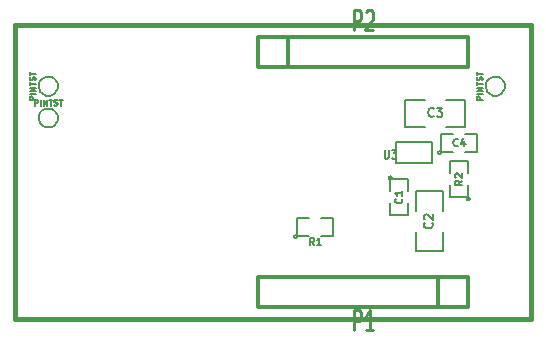
<source format=gto>
G04 (created by PCBNEW-RS274X (2011-05-25)-stable) date Sat 11 Aug 2012 11:46:33 PM MDT*
G01*
G70*
G90*
%MOIN*%
G04 Gerber Fmt 3.4, Leading zero omitted, Abs format*
%FSLAX34Y34*%
G04 APERTURE LIST*
%ADD10C,0.006000*%
%ADD11C,0.015000*%
%ADD12C,0.005000*%
%ADD13C,0.012000*%
%ADD14C,0.010700*%
G04 APERTURE END LIST*
G54D10*
G54D11*
X22900Y-18800D02*
X22900Y-18700D01*
X22700Y-18800D02*
X22900Y-18800D01*
X22900Y-09000D02*
X22900Y-09100D01*
X22800Y-09000D02*
X22900Y-09000D01*
X05700Y-09000D02*
X05700Y-09200D01*
X22900Y-09100D02*
X22900Y-18700D01*
X05700Y-09000D02*
X22800Y-09000D01*
X05700Y-18800D02*
X05700Y-09200D01*
X22700Y-18800D02*
X05700Y-18800D01*
G54D12*
X07116Y-12100D02*
X07109Y-12161D01*
X07092Y-12220D01*
X07063Y-12274D01*
X07024Y-12322D01*
X06976Y-12361D01*
X06922Y-12391D01*
X06863Y-12409D01*
X06802Y-12415D01*
X06741Y-12410D01*
X06682Y-12392D01*
X06627Y-12364D01*
X06579Y-12325D01*
X06540Y-12278D01*
X06510Y-12224D01*
X06491Y-12165D01*
X06485Y-12104D01*
X06490Y-12043D01*
X06507Y-11984D01*
X06535Y-11929D01*
X06573Y-11881D01*
X06620Y-11841D01*
X06674Y-11811D01*
X06733Y-11792D01*
X06794Y-11785D01*
X06854Y-11789D01*
X06914Y-11806D01*
X06969Y-11834D01*
X07017Y-11872D01*
X07058Y-11918D01*
X07088Y-11972D01*
X07108Y-12030D01*
X07115Y-12092D01*
X07116Y-12100D01*
X22016Y-11040D02*
X22009Y-11101D01*
X21992Y-11160D01*
X21963Y-11214D01*
X21924Y-11262D01*
X21876Y-11301D01*
X21822Y-11331D01*
X21763Y-11349D01*
X21702Y-11355D01*
X21641Y-11350D01*
X21582Y-11332D01*
X21527Y-11304D01*
X21479Y-11265D01*
X21440Y-11218D01*
X21410Y-11164D01*
X21391Y-11105D01*
X21385Y-11044D01*
X21390Y-10983D01*
X21407Y-10924D01*
X21435Y-10869D01*
X21473Y-10821D01*
X21520Y-10781D01*
X21574Y-10751D01*
X21633Y-10732D01*
X21694Y-10725D01*
X21754Y-10729D01*
X21814Y-10746D01*
X21869Y-10774D01*
X21917Y-10812D01*
X21958Y-10858D01*
X21988Y-10912D01*
X22008Y-10970D01*
X22015Y-11032D01*
X22016Y-11040D01*
X07116Y-11040D02*
X07109Y-11101D01*
X07092Y-11160D01*
X07063Y-11214D01*
X07024Y-11262D01*
X06976Y-11301D01*
X06922Y-11331D01*
X06863Y-11349D01*
X06802Y-11355D01*
X06741Y-11350D01*
X06682Y-11332D01*
X06627Y-11304D01*
X06579Y-11265D01*
X06540Y-11218D01*
X06510Y-11164D01*
X06491Y-11105D01*
X06485Y-11044D01*
X06490Y-10983D01*
X06507Y-10924D01*
X06535Y-10869D01*
X06573Y-10821D01*
X06620Y-10781D01*
X06674Y-10751D01*
X06733Y-10732D01*
X06794Y-10725D01*
X06854Y-10729D01*
X06914Y-10746D01*
X06969Y-10774D01*
X07017Y-10812D01*
X07058Y-10858D01*
X07088Y-10912D01*
X07108Y-10970D01*
X07115Y-11032D01*
X07116Y-11040D01*
X19600Y-12890D02*
X19600Y-13590D01*
X19600Y-13590D02*
X18400Y-13590D01*
X18400Y-13590D02*
X18400Y-12890D01*
X18400Y-12890D02*
X19600Y-12890D01*
X18700Y-11490D02*
X18700Y-12390D01*
X18700Y-12390D02*
X19350Y-12390D01*
X20050Y-11490D02*
X20700Y-11490D01*
X20700Y-11490D02*
X20700Y-12390D01*
X20700Y-12390D02*
X20050Y-12390D01*
X19350Y-11490D02*
X18700Y-11490D01*
X19950Y-14540D02*
X19050Y-14540D01*
X19050Y-14540D02*
X19050Y-15190D01*
X19950Y-15890D02*
X19950Y-16540D01*
X19950Y-16540D02*
X19050Y-16540D01*
X19050Y-16540D02*
X19050Y-15890D01*
X19950Y-15190D02*
X19950Y-14540D01*
X18250Y-14090D02*
X18249Y-14099D01*
X18246Y-14109D01*
X18241Y-14117D01*
X18235Y-14125D01*
X18227Y-14131D01*
X18219Y-14136D01*
X18210Y-14138D01*
X18200Y-14139D01*
X18191Y-14139D01*
X18182Y-14136D01*
X18173Y-14131D01*
X18166Y-14125D01*
X18159Y-14118D01*
X18155Y-14109D01*
X18152Y-14100D01*
X18151Y-14090D01*
X18151Y-14081D01*
X18154Y-14072D01*
X18158Y-14063D01*
X18165Y-14056D01*
X18172Y-14049D01*
X18180Y-14045D01*
X18190Y-14042D01*
X18199Y-14041D01*
X18208Y-14041D01*
X18218Y-14044D01*
X18226Y-14048D01*
X18234Y-14054D01*
X18240Y-14062D01*
X18245Y-14070D01*
X18248Y-14079D01*
X18249Y-14089D01*
X18250Y-14090D01*
X18200Y-14540D02*
X18200Y-14140D01*
X18200Y-14140D02*
X18800Y-14140D01*
X18800Y-14140D02*
X18800Y-14540D01*
X18800Y-14940D02*
X18800Y-15340D01*
X18800Y-15340D02*
X18200Y-15340D01*
X18200Y-15340D02*
X18200Y-14940D01*
X19900Y-13240D02*
X19899Y-13249D01*
X19896Y-13259D01*
X19891Y-13267D01*
X19885Y-13275D01*
X19877Y-13281D01*
X19869Y-13286D01*
X19860Y-13288D01*
X19850Y-13289D01*
X19841Y-13289D01*
X19832Y-13286D01*
X19823Y-13281D01*
X19816Y-13275D01*
X19809Y-13268D01*
X19805Y-13259D01*
X19802Y-13250D01*
X19801Y-13240D01*
X19801Y-13231D01*
X19804Y-13222D01*
X19808Y-13213D01*
X19815Y-13206D01*
X19822Y-13199D01*
X19830Y-13195D01*
X19840Y-13192D01*
X19849Y-13191D01*
X19858Y-13191D01*
X19868Y-13194D01*
X19876Y-13198D01*
X19884Y-13204D01*
X19890Y-13212D01*
X19895Y-13220D01*
X19898Y-13229D01*
X19899Y-13239D01*
X19900Y-13240D01*
X20300Y-13240D02*
X19900Y-13240D01*
X19900Y-13240D02*
X19900Y-12640D01*
X19900Y-12640D02*
X20300Y-12640D01*
X20700Y-12640D02*
X21100Y-12640D01*
X21100Y-12640D02*
X21100Y-13240D01*
X21100Y-13240D02*
X20700Y-13240D01*
X20850Y-14790D02*
X20849Y-14799D01*
X20846Y-14809D01*
X20841Y-14817D01*
X20835Y-14825D01*
X20827Y-14831D01*
X20819Y-14836D01*
X20810Y-14838D01*
X20800Y-14839D01*
X20791Y-14839D01*
X20782Y-14836D01*
X20773Y-14831D01*
X20766Y-14825D01*
X20759Y-14818D01*
X20755Y-14809D01*
X20752Y-14800D01*
X20751Y-14790D01*
X20751Y-14781D01*
X20754Y-14772D01*
X20758Y-14763D01*
X20765Y-14756D01*
X20772Y-14749D01*
X20780Y-14745D01*
X20790Y-14742D01*
X20799Y-14741D01*
X20808Y-14741D01*
X20818Y-14744D01*
X20826Y-14748D01*
X20834Y-14754D01*
X20840Y-14762D01*
X20845Y-14770D01*
X20848Y-14779D01*
X20849Y-14789D01*
X20850Y-14790D01*
X20800Y-14340D02*
X20800Y-14740D01*
X20800Y-14740D02*
X20200Y-14740D01*
X20200Y-14740D02*
X20200Y-14340D01*
X20200Y-13940D02*
X20200Y-13540D01*
X20200Y-13540D02*
X20800Y-13540D01*
X20800Y-13540D02*
X20800Y-13940D01*
X15100Y-16040D02*
X15099Y-16049D01*
X15096Y-16059D01*
X15091Y-16067D01*
X15085Y-16075D01*
X15077Y-16081D01*
X15069Y-16086D01*
X15060Y-16088D01*
X15050Y-16089D01*
X15041Y-16089D01*
X15032Y-16086D01*
X15023Y-16081D01*
X15016Y-16075D01*
X15009Y-16068D01*
X15005Y-16059D01*
X15002Y-16050D01*
X15001Y-16040D01*
X15001Y-16031D01*
X15004Y-16022D01*
X15008Y-16013D01*
X15015Y-16006D01*
X15022Y-15999D01*
X15030Y-15995D01*
X15040Y-15992D01*
X15049Y-15991D01*
X15058Y-15991D01*
X15068Y-15994D01*
X15076Y-15998D01*
X15084Y-16004D01*
X15090Y-16012D01*
X15095Y-16020D01*
X15098Y-16029D01*
X15099Y-16039D01*
X15100Y-16040D01*
X15500Y-16040D02*
X15100Y-16040D01*
X15100Y-16040D02*
X15100Y-15440D01*
X15100Y-15440D02*
X15500Y-15440D01*
X15900Y-15440D02*
X16300Y-15440D01*
X16300Y-15440D02*
X16300Y-16040D01*
X16300Y-16040D02*
X15900Y-16040D01*
G54D13*
X20800Y-18400D02*
X20800Y-18400D01*
X20800Y-18400D02*
X13800Y-18400D01*
X13800Y-18400D02*
X13800Y-17400D01*
X13800Y-17400D02*
X20800Y-17400D01*
X20800Y-17400D02*
X20800Y-18400D01*
X19800Y-17400D02*
X19800Y-17400D01*
X19800Y-17400D02*
X19800Y-18400D01*
X13800Y-09400D02*
X13800Y-09400D01*
X13800Y-09400D02*
X20800Y-09400D01*
X20800Y-09400D02*
X20800Y-10400D01*
X20800Y-10400D02*
X13800Y-10400D01*
X13800Y-10400D02*
X13800Y-09400D01*
X14800Y-10400D02*
X14800Y-10400D01*
X14800Y-10400D02*
X14800Y-09400D01*
G54D12*
X06349Y-11682D02*
X06349Y-11482D01*
X06425Y-11482D01*
X06444Y-11491D01*
X06453Y-11501D01*
X06463Y-11520D01*
X06463Y-11549D01*
X06453Y-11568D01*
X06444Y-11577D01*
X06425Y-11587D01*
X06349Y-11587D01*
X06549Y-11682D02*
X06549Y-11482D01*
X06644Y-11682D02*
X06644Y-11482D01*
X06758Y-11682D01*
X06758Y-11482D01*
X06825Y-11482D02*
X06939Y-11482D01*
X06882Y-11682D02*
X06882Y-11482D01*
X06996Y-11672D02*
X07025Y-11682D01*
X07072Y-11682D01*
X07091Y-11672D01*
X07101Y-11663D01*
X07110Y-11644D01*
X07110Y-11625D01*
X07101Y-11606D01*
X07091Y-11596D01*
X07072Y-11587D01*
X07034Y-11577D01*
X07015Y-11568D01*
X07006Y-11558D01*
X06996Y-11539D01*
X06996Y-11520D01*
X07006Y-11501D01*
X07015Y-11491D01*
X07034Y-11482D01*
X07082Y-11482D01*
X07110Y-11491D01*
X07167Y-11482D02*
X07281Y-11482D01*
X07224Y-11682D02*
X07224Y-11482D01*
X21282Y-11491D02*
X21082Y-11491D01*
X21082Y-11415D01*
X21091Y-11396D01*
X21101Y-11387D01*
X21120Y-11377D01*
X21149Y-11377D01*
X21168Y-11387D01*
X21177Y-11396D01*
X21187Y-11415D01*
X21187Y-11491D01*
X21282Y-11291D02*
X21082Y-11291D01*
X21282Y-11196D02*
X21082Y-11196D01*
X21282Y-11082D01*
X21082Y-11082D01*
X21082Y-11015D02*
X21082Y-10901D01*
X21282Y-10958D02*
X21082Y-10958D01*
X21272Y-10844D02*
X21282Y-10815D01*
X21282Y-10768D01*
X21272Y-10749D01*
X21263Y-10739D01*
X21244Y-10730D01*
X21225Y-10730D01*
X21206Y-10739D01*
X21196Y-10749D01*
X21187Y-10768D01*
X21177Y-10806D01*
X21168Y-10825D01*
X21158Y-10834D01*
X21139Y-10844D01*
X21120Y-10844D01*
X21101Y-10834D01*
X21091Y-10825D01*
X21082Y-10806D01*
X21082Y-10758D01*
X21091Y-10730D01*
X21082Y-10673D02*
X21082Y-10559D01*
X21282Y-10616D02*
X21082Y-10616D01*
X06382Y-11491D02*
X06182Y-11491D01*
X06182Y-11415D01*
X06191Y-11396D01*
X06201Y-11387D01*
X06220Y-11377D01*
X06249Y-11377D01*
X06268Y-11387D01*
X06277Y-11396D01*
X06287Y-11415D01*
X06287Y-11491D01*
X06382Y-11291D02*
X06182Y-11291D01*
X06382Y-11196D02*
X06182Y-11196D01*
X06382Y-11082D01*
X06182Y-11082D01*
X06182Y-11015D02*
X06182Y-10901D01*
X06382Y-10958D02*
X06182Y-10958D01*
X06372Y-10844D02*
X06382Y-10815D01*
X06382Y-10768D01*
X06372Y-10749D01*
X06363Y-10739D01*
X06344Y-10730D01*
X06325Y-10730D01*
X06306Y-10739D01*
X06296Y-10749D01*
X06287Y-10768D01*
X06277Y-10806D01*
X06268Y-10825D01*
X06258Y-10834D01*
X06239Y-10844D01*
X06220Y-10844D01*
X06201Y-10834D01*
X06191Y-10825D01*
X06182Y-10806D01*
X06182Y-10758D01*
X06191Y-10730D01*
X06182Y-10673D02*
X06182Y-10559D01*
X06382Y-10616D02*
X06182Y-10616D01*
X18010Y-13161D02*
X18010Y-13404D01*
X18021Y-13433D01*
X18033Y-13447D01*
X18057Y-13461D01*
X18105Y-13461D01*
X18129Y-13447D01*
X18140Y-13433D01*
X18152Y-13404D01*
X18152Y-13161D01*
X18248Y-13161D02*
X18402Y-13161D01*
X18319Y-13276D01*
X18355Y-13276D01*
X18379Y-13290D01*
X18391Y-13304D01*
X18402Y-13333D01*
X18402Y-13404D01*
X18391Y-13433D01*
X18379Y-13447D01*
X18355Y-13461D01*
X18283Y-13461D01*
X18260Y-13447D01*
X18248Y-13433D01*
X19650Y-12033D02*
X19636Y-12047D01*
X19593Y-12061D01*
X19564Y-12061D01*
X19521Y-12047D01*
X19493Y-12019D01*
X19478Y-11990D01*
X19464Y-11933D01*
X19464Y-11890D01*
X19478Y-11833D01*
X19493Y-11804D01*
X19521Y-11776D01*
X19564Y-11761D01*
X19593Y-11761D01*
X19636Y-11776D01*
X19650Y-11790D01*
X19750Y-11761D02*
X19936Y-11761D01*
X19836Y-11876D01*
X19878Y-11876D01*
X19907Y-11890D01*
X19921Y-11904D01*
X19936Y-11933D01*
X19936Y-12004D01*
X19921Y-12033D01*
X19907Y-12047D01*
X19878Y-12061D01*
X19793Y-12061D01*
X19764Y-12047D01*
X19750Y-12033D01*
X19593Y-15590D02*
X19607Y-15604D01*
X19621Y-15647D01*
X19621Y-15676D01*
X19607Y-15719D01*
X19579Y-15747D01*
X19550Y-15762D01*
X19493Y-15776D01*
X19450Y-15776D01*
X19393Y-15762D01*
X19364Y-15747D01*
X19336Y-15719D01*
X19321Y-15676D01*
X19321Y-15647D01*
X19336Y-15604D01*
X19350Y-15590D01*
X19350Y-15476D02*
X19336Y-15462D01*
X19321Y-15433D01*
X19321Y-15362D01*
X19336Y-15333D01*
X19350Y-15319D01*
X19379Y-15304D01*
X19407Y-15304D01*
X19450Y-15319D01*
X19621Y-15490D01*
X19621Y-15304D01*
X18577Y-14782D02*
X18589Y-14794D01*
X18601Y-14829D01*
X18601Y-14853D01*
X18589Y-14889D01*
X18565Y-14913D01*
X18542Y-14924D01*
X18494Y-14936D01*
X18458Y-14936D01*
X18411Y-14924D01*
X18387Y-14913D01*
X18363Y-14889D01*
X18351Y-14853D01*
X18351Y-14829D01*
X18363Y-14794D01*
X18375Y-14782D01*
X18601Y-14544D02*
X18601Y-14686D01*
X18601Y-14615D02*
X18351Y-14615D01*
X18387Y-14639D01*
X18411Y-14663D01*
X18423Y-14686D01*
X20458Y-13017D02*
X20446Y-13029D01*
X20411Y-13041D01*
X20387Y-13041D01*
X20351Y-13029D01*
X20327Y-13005D01*
X20316Y-12982D01*
X20304Y-12934D01*
X20304Y-12898D01*
X20316Y-12851D01*
X20327Y-12827D01*
X20351Y-12803D01*
X20387Y-12791D01*
X20411Y-12791D01*
X20446Y-12803D01*
X20458Y-12815D01*
X20673Y-12875D02*
X20673Y-13041D01*
X20613Y-12779D02*
X20554Y-12958D01*
X20708Y-12958D01*
X20601Y-14182D02*
X20482Y-14265D01*
X20601Y-14324D02*
X20351Y-14324D01*
X20351Y-14229D01*
X20363Y-14205D01*
X20375Y-14194D01*
X20399Y-14182D01*
X20435Y-14182D01*
X20458Y-14194D01*
X20470Y-14205D01*
X20482Y-14229D01*
X20482Y-14324D01*
X20375Y-14086D02*
X20363Y-14074D01*
X20351Y-14051D01*
X20351Y-13991D01*
X20363Y-13967D01*
X20375Y-13955D01*
X20399Y-13944D01*
X20423Y-13944D01*
X20458Y-13955D01*
X20601Y-14098D01*
X20601Y-13944D01*
X15658Y-16341D02*
X15575Y-16222D01*
X15516Y-16341D02*
X15516Y-16091D01*
X15611Y-16091D01*
X15635Y-16103D01*
X15646Y-16115D01*
X15658Y-16139D01*
X15658Y-16175D01*
X15646Y-16198D01*
X15635Y-16210D01*
X15611Y-16222D01*
X15516Y-16222D01*
X15896Y-16341D02*
X15754Y-16341D01*
X15825Y-16341D02*
X15825Y-16091D01*
X15801Y-16127D01*
X15777Y-16151D01*
X15754Y-16163D01*
G54D14*
X16984Y-19175D02*
X16984Y-18494D01*
X17147Y-18494D01*
X17188Y-18527D01*
X17208Y-18559D01*
X17228Y-18624D01*
X17228Y-18721D01*
X17208Y-18786D01*
X17188Y-18818D01*
X17147Y-18851D01*
X16984Y-18851D01*
X17636Y-19175D02*
X17392Y-19175D01*
X17514Y-19175D02*
X17514Y-18494D01*
X17473Y-18591D01*
X17432Y-18656D01*
X17392Y-18689D01*
X16984Y-09175D02*
X16984Y-08494D01*
X17147Y-08494D01*
X17188Y-08527D01*
X17208Y-08559D01*
X17228Y-08624D01*
X17228Y-08721D01*
X17208Y-08786D01*
X17188Y-08818D01*
X17147Y-08851D01*
X16984Y-08851D01*
X17392Y-08559D02*
X17412Y-08527D01*
X17453Y-08494D01*
X17555Y-08494D01*
X17595Y-08527D01*
X17616Y-08559D01*
X17636Y-08624D01*
X17636Y-08689D01*
X17616Y-08786D01*
X17371Y-09175D01*
X17636Y-09175D01*
M02*

</source>
